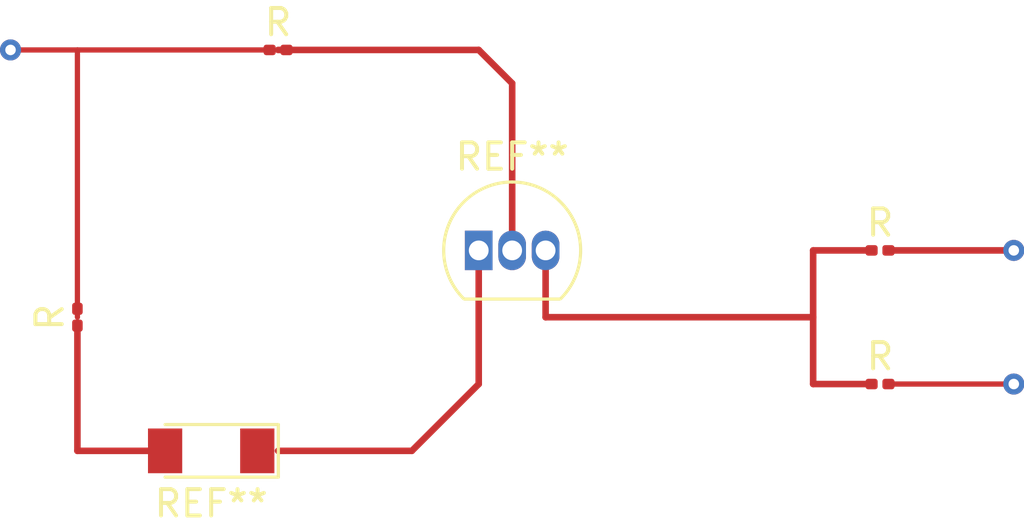
<source format=kicad_pcb>
(kicad_pcb (version 20211014) (generator pcbnew)
  (layers (0 "F.Cu" signal) (31 "B.Cu" signal) (34 "B.Paste" user) (35 "F.Paste" user) (36 "B.SilkS" user "B.Silkscreen") (37 "F.SilkS" user "F.Silkscreen") (38 "B.Mask" user) (39 "F.Mask" user) (44 "Edge.Cuts" user))
  (net 0 "")
  (footprint "Diode_SMD:D_MiniMELF" (layer "F.Cu") (at 154.94 68.58 180)
    (fp_text reference "REF**" (at 0 -2) (layer "F.SilkS"))
    (fp_text value "D_MiniMELF")
    (fp_line (start 1.75 -1) (end -2.55 -1) (layer "F.SilkS") (width 0.12))
    (fp_line (start -2.55 -1) (end -2.55 1) (layer "F.SilkS") (width 0.12))
    (fp_line (start -2.55 1) (end 1.75 1) (layer "F.SilkS") (width 0.12))
    (pad "1" smd rect (at -1.75 0 180) (size 1.3 1.7) (layers "F.Cu" "F.Paste" "F.Mask"))
    (pad "2" smd rect (at 1.75 0 180) (size 1.3 1.7) (layers "F.Cu" "F.Paste" "F.Mask"))
  )
  (footprint "Resistor_SMD:R_0201_0603Metric" (layer "F.Cu") (at 157.48 53.34)
    (fp_text reference "R" (at 0 -1.05) (layer "F.SilkS"))
    (fp_text value "0,1" hide)
    (pad "1" smd roundrect (at -0.32 0) (size 0.46 0.4) (layers "F.Cu" "F.Mask"))
    (pad "2" smd roundrect (at 0.32 0) (size 0.46 0.4) (layers "F.Cu" "F.Mask"))
  )
  (footprint "Resistor_SMD:R_0201_0603Metric" (layer "F.Cu") (at 149.86 63.5 90)
    (fp_text reference "R" (at 0 -1.05 90) (layer "F.SilkS"))
    (fp_text value "941,2 " hide)
    (pad "1" smd roundrect (at -0.32 0 90) (size 0.46 0.4) (layers "F.Cu" "F.Mask"))
    (pad "2" smd roundrect (at 0.32 0 90) (size 0.46 0.4) (layers "F.Cu" "F.Mask"))
  )
  (footprint "Resistor_SMD:R_0201_0603Metric" (layer "F.Cu") (at 180.34 66.04)
    (fp_text reference "R" (at 0 -1.05) (layer "F.SilkS"))
    (fp_text value "25,4" hide)
    (pad "1" smd roundrect (at -0.32 0) (size 0.46 0.4) (layers "F.Cu" "F.Mask"))
    (pad "2" smd roundrect (at 0.32 0) (size 0.46 0.4) (layers "F.Cu" "F.Mask"))
  )
  (footprint "Package_TO_SOT_THT:TO-92_Inline" (layer "F.Cu") (at 165.1 60.96)
    (fp_text reference "REF**" (at 1.27 -3.56) (layer "F.SilkS"))
    (fp_text value "TO-92_Inline")
    (fp_line (start -0.53 1.85) (end 3.07 1.85) (layer "F.SilkS") (width 0.12))
    (fp_arc (start -0.568478 1.838478) (mid -1.132087 -0.994977) (end 1.27 -2.6) (layer "F.SilkS") (width 0.12))
    (fp_arc (start 1.27 -2.6) (mid 3.672087 -0.994977) (end 3.108478 1.838478) (layer "F.SilkS") (width 0.12))
    (pad "1" thru_hole rect (at 0 0) (size 1.05 1.5) (drill 0.75) (layers *.Cu *.Mask))
    (pad "2" thru_hole oval (at 1.27 0) (size 1.05 1.5) (drill 0.75) (layers *.Cu *.Mask))
    (pad "3" thru_hole oval (at 2.54 0) (size 1.05 1.5) (drill 0.75) (layers *.Cu *.Mask))
  )
  (footprint "Resistor_SMD:R_0201_0603Metric" (layer "F.Cu") (at 180.34 60.96)
    (fp_text reference "R" (at 0 -1.05) (layer "F.SilkS"))
    (fp_text value "3,66" hide)
    (pad "1" smd roundrect (at -0.32 0) (size 0.46 0.4) (layers "F.Cu" "F.Mask"))
    (pad "2" smd roundrect (at 0.32 0) (size 0.46 0.4) (layers "F.Cu" "F.Mask"))
  )
  (segment (start 165.1 60.96) (end 165.1 66.04) (width 0.25) (layer "F.Cu") (net 0))
  (segment (start 149.86 68.58) (end 149.86 63.82) (width 0.25) (layer "F.Cu") (net 0))
  (segment (start 180.66 60.96) (end 185.42 60.96) (width 0.25) (layer "F.Cu") (net 0))
  (segment (start 162.56 68.58) (end 157.48 68.58) (width 0.25) (layer "F.Cu") (net 0))
  (segment (start 180.66 66.04) (end 185.42 66.04) (width 0.2) (layer "F.Cu") (net 0))
  (segment (start 180.02 60.96) (end 177.8 60.96) (width 0.25) (layer "F.Cu") (net 0))
  (segment (start 167.64 60.96) (end 167.64 63.5) (width 0.25) (layer "F.Cu") (net 0))
  (segment (start 167.64 63.5) (end 177.8 63.5) (width 0.25) (layer "F.Cu") (net 0))
  (segment (start 165.1 66.04) (end 162.56 68.58) (width 0.25) (layer "F.Cu") (net 0))
  (segment (start 177.8 66.04) (end 180.02 66.04) (width 0.25) (layer "F.Cu") (net 0))
  (segment (start 177.8 60.96) (end 177.8 63.5) (width 0.25) (layer "F.Cu") (net 0))
  (segment (start 147.32 53.34) (end 149.86 53.34) (width 0.2) (layer "F.Cu") (net 0))
  (segment (start 166.37 60.96) (end 166.37 54.61) (width 0.25) (layer "F.Cu") (net 0))
  (segment (start 177.8 63.5) (end 177.8 66.04) (width 0.25) (layer "F.Cu") (net 0))
  (segment (start 166.37 54.61) (end 165.1 53.34) (width 0.25) (layer "F.Cu") (net 0))
  (segment (start 149.86 63.5) (end 149.86 53.34) (width 0.2) (layer "F.Cu") (net 0))
  (segment (start 165.1 53.34) (end 157.48 53.34) (width 0.25) (layer "F.Cu") (net 0))
  (segment (start 153.19 68.58) (end 149.86 68.58) (width 0.25) (layer "F.Cu") (net 0))
  (segment (start 157.16 53.34) (end 149.86 53.34) (width 0.2) (layer "F.Cu") (net 0))
  (via (at 147.32 53.34) (size 0.8) (drill 0.4) (layers "F.Cu" "B.Cu") (net 0))
  (via (at 185.42 66.04) (size 0.8) (drill 0.4) (layers "F.Cu" "B.Cu") (net 0))
  (via (at 185.42 60.96) (size 0.8) (drill 0.4) (layers "F.Cu" "B.Cu") (net 0))
)
</source>
